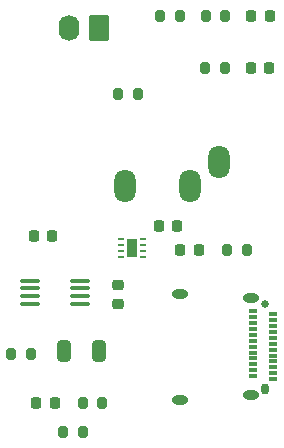
<source format=gbr>
%TF.GenerationSoftware,KiCad,Pcbnew,6.0.11-2627ca5db0~126~ubuntu20.04.1*%
%TF.CreationDate,2023-04-04T23:53:03+02:00*%
%TF.ProjectId,PCB chowndolo,50434220-6368-46f7-976e-646f6c6f2e6b,rev?*%
%TF.SameCoordinates,Original*%
%TF.FileFunction,Soldermask,Top*%
%TF.FilePolarity,Negative*%
%FSLAX46Y46*%
G04 Gerber Fmt 4.6, Leading zero omitted, Abs format (unit mm)*
G04 Created by KiCad (PCBNEW 6.0.11-2627ca5db0~126~ubuntu20.04.1) date 2023-04-04 23:53:03*
%MOMM*%
%LPD*%
G01*
G04 APERTURE LIST*
G04 Aperture macros list*
%AMRoundRect*
0 Rectangle with rounded corners*
0 $1 Rounding radius*
0 $2 $3 $4 $5 $6 $7 $8 $9 X,Y pos of 4 corners*
0 Add a 4 corners polygon primitive as box body*
4,1,4,$2,$3,$4,$5,$6,$7,$8,$9,$2,$3,0*
0 Add four circle primitives for the rounded corners*
1,1,$1+$1,$2,$3*
1,1,$1+$1,$4,$5*
1,1,$1+$1,$6,$7*
1,1,$1+$1,$8,$9*
0 Add four rect primitives between the rounded corners*
20,1,$1+$1,$2,$3,$4,$5,0*
20,1,$1+$1,$4,$5,$6,$7,0*
20,1,$1+$1,$6,$7,$8,$9,0*
20,1,$1+$1,$8,$9,$2,$3,0*%
G04 Aperture macros list end*
%ADD10RoundRect,0.225000X-0.225000X-0.250000X0.225000X-0.250000X0.225000X0.250000X-0.225000X0.250000X0*%
%ADD11RoundRect,0.200000X0.200000X0.275000X-0.200000X0.275000X-0.200000X-0.275000X0.200000X-0.275000X0*%
%ADD12RoundRect,0.225000X0.225000X0.250000X-0.225000X0.250000X-0.225000X-0.250000X0.225000X-0.250000X0*%
%ADD13O,1.800000X2.800000*%
%ADD14C,0.650000*%
%ADD15O,0.650000X0.950000*%
%ADD16R,0.700000X0.300000*%
%ADD17O,1.400000X0.800000*%
%ADD18R,0.500000X0.250000*%
%ADD19R,0.900000X1.600000*%
%ADD20RoundRect,0.100000X0.712500X0.100000X-0.712500X0.100000X-0.712500X-0.100000X0.712500X-0.100000X0*%
%ADD21RoundRect,0.250000X0.620000X0.845000X-0.620000X0.845000X-0.620000X-0.845000X0.620000X-0.845000X0*%
%ADD22O,1.740000X2.190000*%
%ADD23RoundRect,0.250000X0.325000X0.650000X-0.325000X0.650000X-0.325000X-0.650000X0.325000X-0.650000X0*%
%ADD24RoundRect,0.225000X0.250000X-0.225000X0.250000X0.225000X-0.250000X0.225000X-0.250000X-0.225000X0*%
G04 APERTURE END LIST*
D10*
%TO.C,C2*%
X123250000Y-85400000D03*
X124800000Y-85400000D03*
%TD*%
%TO.C,C3*%
X133850000Y-84600000D03*
X135400000Y-84600000D03*
%TD*%
D11*
%TO.C,R3*%
X127400000Y-102000000D03*
X125750000Y-102000000D03*
%TD*%
D12*
%TO.C,C8*%
X137200000Y-86600000D03*
X135650000Y-86600000D03*
%TD*%
D13*
%TO.C,J3*%
X131000000Y-81200000D03*
X138900000Y-79200000D03*
X136500000Y-81200000D03*
%TD*%
D10*
%TO.C,C5*%
X123450000Y-99600000D03*
X125000000Y-99600000D03*
%TD*%
D11*
%TO.C,R1*%
X139450000Y-66800000D03*
X137800000Y-66800000D03*
%TD*%
D12*
%TO.C,C6*%
X143200000Y-66800000D03*
X141650000Y-66800000D03*
%TD*%
D11*
%TO.C,R7*%
X129050000Y-99600000D03*
X127400000Y-99600000D03*
%TD*%
D14*
%TO.C,J1*%
X142840000Y-91200000D03*
D15*
X142840000Y-98400000D03*
D16*
X143500000Y-92050000D03*
X143500000Y-92550000D03*
X143500000Y-93050000D03*
X143500000Y-93550000D03*
X143500000Y-94050000D03*
X143500000Y-94550000D03*
X143500000Y-95050000D03*
X143500000Y-95550000D03*
X143500000Y-96050000D03*
X143500000Y-96550000D03*
X143500000Y-97050000D03*
X143500000Y-97550000D03*
X141800000Y-97300000D03*
X141800000Y-96800000D03*
X141800000Y-96300000D03*
X141800000Y-95800000D03*
X141800000Y-95300000D03*
X141800000Y-94800000D03*
X141800000Y-94300000D03*
X141800000Y-93800000D03*
X141800000Y-93300000D03*
X141800000Y-92800000D03*
X141800000Y-92300000D03*
X141800000Y-91800000D03*
D17*
X141590000Y-90670000D03*
X141590000Y-98930000D03*
X135640000Y-99290000D03*
X135640000Y-90310000D03*
%TD*%
D11*
%TO.C,R8*%
X135600000Y-66800000D03*
X133950000Y-66800000D03*
%TD*%
D18*
%TO.C,U1*%
X130600000Y-85700000D03*
X130600000Y-86200000D03*
X130600000Y-86700000D03*
X130600000Y-87200000D03*
X132500000Y-87200000D03*
X132500000Y-86700000D03*
X132500000Y-86200000D03*
X132500000Y-85700000D03*
D19*
X131550000Y-86450000D03*
%TD*%
D20*
%TO.C,U2*%
X127112500Y-91175000D03*
X127112500Y-90525000D03*
X127112500Y-89875000D03*
X127112500Y-89225000D03*
X122887500Y-89225000D03*
X122887500Y-89875000D03*
X122887500Y-90525000D03*
X122887500Y-91175000D03*
%TD*%
D12*
%TO.C,C1*%
X143150000Y-71200000D03*
X141600000Y-71200000D03*
%TD*%
D11*
%TO.C,R6*%
X132050000Y-73400000D03*
X130400000Y-73400000D03*
%TD*%
%TO.C,R5*%
X139425000Y-71200000D03*
X137775000Y-71200000D03*
%TD*%
D21*
%TO.C,J2*%
X128740000Y-67800000D03*
D22*
X126200000Y-67800000D03*
%TD*%
D11*
%TO.C,R4*%
X123000000Y-95400000D03*
X121350000Y-95400000D03*
%TD*%
D23*
%TO.C,C7*%
X128750000Y-95200000D03*
X125800000Y-95200000D03*
%TD*%
D24*
%TO.C,C4*%
X130400000Y-91150000D03*
X130400000Y-89600000D03*
%TD*%
D11*
%TO.C,R2*%
X141250000Y-86600000D03*
X139600000Y-86600000D03*
%TD*%
M02*

</source>
